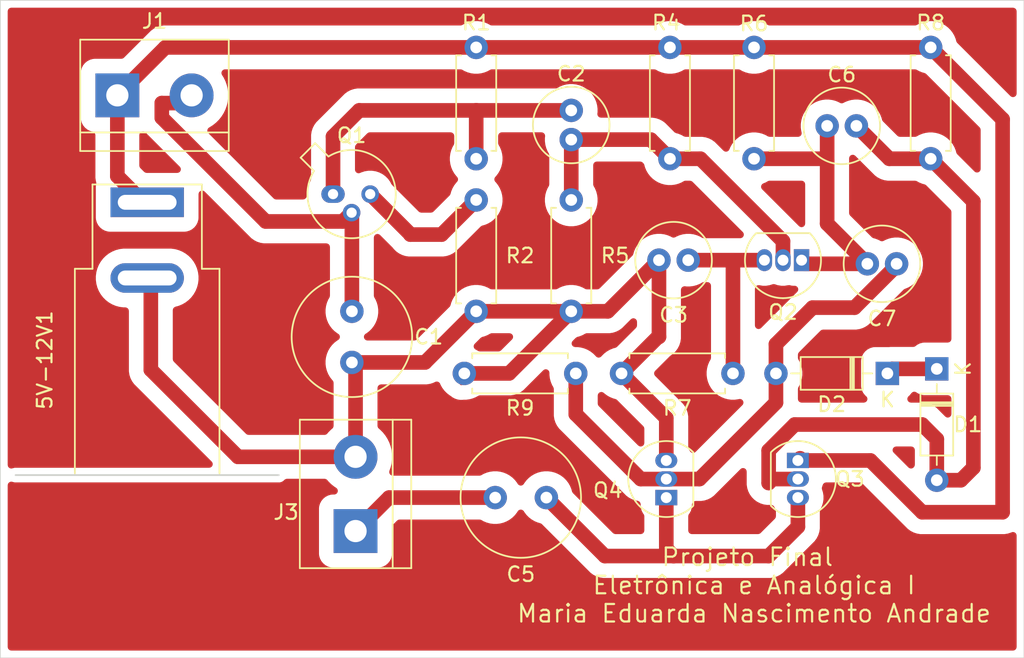
<source format=kicad_pcb>
(kicad_pcb (version 20241229) (generator "pcbnew") (generator_version "9.0")
  (layers (0 "F.Cu" signal) (2 "B.Cu" signal) (13 "F.Paste" user) (15 "B.Paste" user) (5 "F.SilkS" user "F.Silkscreen") (7 "B.SilkS" user "B.Silkscreen") (1 "F.Mask" user) (3 "B.Mask" user) (25 "Edge.Cuts" user))
  (net 0 "")
  (net 1 "GND")
  (net 2 "Net-(J1-Pin_1)")
  (net 3 "Net-(J1-Pin_2)")
  (net 4 "Net-(Q2-B)")
  (net 5 "Net-(Q1-B2)")
  (net 6 "Net-(Q2-E)")
  (net 7 "Net-(J3-Pin_1)")
  (net 8 "Net-(Q3-E)")
  (net 9 "Net-(D1-A)")
  (net 10 "Net-(Q2-C)")
  (net 11 "Net-(D2-A)")
  (net 12 "Net-(D1-K)")
  (net 13 "Net-(Q1-B1)")
  (footprint "Package_TO_SOT_THT:TO-18-3" (layer "F.Cu") (at 158.25 113.26)
    (property "Reference" "Q1" (at 1.27 -4.02 0) (layer "F.SilkS"))
    (property "Value" "2N2646")
    (fp_line (start -2.214448 -2.494499) (end -1.302281 -1.582331) (stroke (width 0.12)) (layer "F.SilkS"))
    (fp_line (start -1.224499 -3.484448) (end -2.214448 -2.494499) (stroke (width 0.12)) (layer "F.SilkS"))
    (fp_line (start -0.312331 -2.572281) (end -1.224499 -3.484448) (stroke (width 0.12)) (layer "F.SilkS"))
    (fp_arc (start -0.312331 -2.572281) (mid 3.405462 2.135462) (end -1.302281 -1.582331) (stroke (width 0.12)) (layer "F.SilkS"))
    (pad "1" thru_hole oval (at 0 0) (size 1.6 1.2) (drill 0.7) (layers "*.Cu" "*.Mask") (net 5 "Net-(Q1-B2)"))
    (pad "2" thru_hole circle (at 1.27 1.27) (size 1.2 1.2) (drill 0.7) (layers "*.Cu" "*.Mask") (net 3 "Net-(J1-Pin_2)"))
    (pad "3" thru_hole circle (at 2.54 0) (size 1.2 1.2) (drill 0.7) (layers "*.Cu" "*.Mask") (net 13 "Net-(Q1-B1)"))
  )
  (footprint "TerminalBlock:TerminalBlock_bornier-2_P5.08mm" (layer "F.Cu") (at 159.79 136.32 90)
    (property "Reference" "J3" (at 1.29 -4.75 180) (layer "F.SilkS"))
    (property "Value" "Borne2")
    (fp_line (start 7.62 -3.81) (end -2.54 -3.81) (stroke (width 0.12)) (layer "F.SilkS"))
    (fp_line (start -2.54 -3.81) (end -2.54 3.81) (stroke (width 0.12)) (layer "F.SilkS"))
    (fp_line (start 7.62 2.54) (end -2.54 2.54) (stroke (width 0.12)) (layer "F.SilkS"))
    (fp_line (start 7.62 3.81) (end 7.62 -3.81) (stroke (width 0.12)) (layer "F.SilkS"))
    (fp_line (start -2.54 3.81) (end 7.62 3.81) (stroke (width 0.12)) (layer "F.SilkS"))
    (pad "1" thru_hole rect (at 0 0 90) (size 3 3) (drill 1.52) (layers "*.Cu" "*.Mask") (net 7 "Net-(J3-Pin_1)"))
    (pad "2" thru_hole circle (at 5.08 0 90) (size 3 3) (drill 1.52) (layers "*.Cu" "*.Mask") (net 1 "GND"))
  )
  (footprint "Package_TO_SOT_THT:TO-92_Inline" (layer "F.Cu") (at 190.29 117.78 180)
    (property "Reference" "Q2" (at 1.27 -3.56 0) (layer "F.SilkS"))
    (property "Value" "BC547")
    (fp_line (start -0.53 1.85) (end 3.07 1.85) (stroke (width 0.12)) (layer "F.SilkS"))
    (fp_arc (start 1.27 -2.6) (mid 3.672087 -0.994977) (end 3.108478 1.838478) (stroke (width 0.12)) (layer "F.SilkS"))
    (fp_arc (start -0.568478 1.838478) (mid -1.132087 -0.994977) (end 1.27 -2.6) (stroke (width 0.12)) (layer "F.SilkS"))
    (pad "1" thru_hole rect (at 0 0 180) (size 1.05 1.5) (drill 0.75) (layers "*.Cu" "*.Mask") (net 10 "Net-(Q2-C)"))
    (pad "2" thru_hole oval (at 1.27 0 180) (size 1.05 1.5) (drill 0.75) (layers "*.Cu" "*.Mask") (net 4 "Net-(Q2-B)"))
    (pad "3" thru_hole oval (at 2.54 0 180) (size 1.05 1.5) (drill 0.75) (layers "*.Cu" "*.Mask") (net 6 "Net-(Q2-E)"))
  )
  (footprint "Diode_THT:D_DO-35_SOD27_P7.62mm_Horizontal" (layer "F.Cu") (at 196.16 125.53 180)
    (property "Reference" "D2" (at 3.81 -2.12 0) (layer "F.SilkS"))
    (property "Value" "1N4148")
    (fp_line (start 6.58 0) (end 5.93 0) (stroke (width 0.12)) (layer "F.SilkS"))
    (fp_line (start 5.93 1.12) (end 5.93 -1.12) (stroke (width 0.12)) (layer "F.SilkS"))
    (fp_line (start 5.93 -1.12) (end 1.69 -1.12) (stroke (width 0.12)) (layer "F.SilkS"))
    (fp_line (start 2.53 -1.12) (end 2.53 1.12) (stroke (width 0.12)) (layer "F.SilkS"))
    (fp_line (start 2.41 -1.12) (end 2.41 1.12) (stroke (width 0.12)) (layer "F.SilkS"))
    (fp_line (start 2.29 -1.12) (end 2.29 1.12) (stroke (width 0.12)) (layer "F.SilkS"))
    (fp_line (start 1.69 1.12) (end 5.93 1.12) (stroke (width 0.12)) (layer "F.SilkS"))
    (fp_line (start 1.69 -1.12) (end 1.69 1.12) (stroke (width 0.12)) (layer "F.SilkS"))
    (fp_line (start 1.04 0) (end 1.69 0) (stroke (width 0.12)) (layer "F.SilkS"))
    (fp_text user "K" (at 0 -1.8 0) (layer "F.SilkS"))
    (pad "1" thru_hole rect (at 0 0 180) (size 1.6 1.6) (drill 0.8) (layers "*.Cu" "*.Mask") (net 12 "Net-(D1-K)"))
    (pad "2" thru_hole oval (at 7.62 0 180) (size 1.6 1.6) (drill 0.8) (layers "*.Cu" "*.Mask") (net 11 "Net-(D2-A)"))
  )
  (footprint "Resistor_THT:R_Axial_DIN0207_L6.3mm_D2.5mm_P7.62mm_Horizontal" (layer "F.Cu") (at 187.04 103.22 -90)
    (property "Reference" "R6" (at -1.63 0 180) (layer "F.SilkS"))
    (property "Value" "330")
    (fp_line (start 0.54 1.37) (end 7.08 1.37) (stroke (width 0.12)) (layer "F.SilkS"))
    (fp_line (start 7.08 1.37) (end 7.08 1.04) (stroke (width 0.12)) (layer "F.SilkS"))
    (fp_line (start 0.54 1.04) (end 0.54 1.37) (stroke (width 0.12)) (layer "F.SilkS"))
    (fp_line (start 0.54 -1.04) (end 0.54 -1.37) (stroke (width 0.12)) (layer "F.SilkS"))
    (fp_line (start 0.54 -1.37) (end 7.08 -1.37) (stroke (width 0.12)) (layer "F.SilkS"))
    (fp_line (start 7.08 -1.37) (end 7.08 -1.04) (stroke (width 0.12)) (layer "F.SilkS"))
    (pad "1" thru_hole circle (at 0 0 270) (size 1.6 1.6) (drill 0.8) (layers "*.Cu" "*.Mask") (net 2 "Net-(J1-Pin_1)"))
    (pad "2" thru_hole oval (at 7.62 0 270) (size 1.6 1.6) (drill 0.8) (layers "*.Cu" "*.Mask") (net 10 "Net-(Q2-C)"))
  )
  (footprint "Capacitor_THT:C_Radial_D5.0mm_H11.0mm_P2.00mm" (layer "F.Cu") (at 182.54 117.78 180)
    (property "Reference" "C3" (at 1 -3.75 0) (layer "F.SilkS"))
    (property "Value" "10uF")
    (fp_circle (center 1 0) (end 3.62 0) (stroke (width 0.12)) (fill no) (layer "F.SilkS"))
    (pad "1" thru_hole circle (at 0 0 180) (size 1.6 1.6) (drill 0.8) (layers "*.Cu" "*.Mask") (net 6 "Net-(Q2-E)"))
    (pad "2" thru_hole circle (at 2 0 180) (size 1.6 1.6) (drill 0.8) (layers "*.Cu" "*.Mask") (net 1 "GND"))
  )
  (footprint "Resistor_THT:R_Axial_DIN0207_L6.3mm_D2.5mm_P7.62mm_Horizontal" (layer "F.Cu") (at 168.04 113.66 -90)
    (property "Reference" "R2" (at 3.81 -3 0) (layer "F.SilkS"))
    (property "Value" "100")
    (fp_line (start 0.54 1.37) (end 7.08 1.37) (stroke (width 0.12)) (layer "F.SilkS"))
    (fp_line (start 7.08 1.37) (end 7.08 1.04) (stroke (width 0.12)) (layer "F.SilkS"))
    (fp_line (start 0.54 1.04) (end 0.54 1.37) (stroke (width 0.12)) (layer "F.SilkS"))
    (fp_line (start 0.54 -1.04) (end 0.54 -1.37) (stroke (width 0.12)) (layer "F.SilkS"))
    (fp_line (start 0.54 -1.37) (end 7.08 -1.37) (stroke (width 0.12)) (layer "F.SilkS"))
    (fp_line (start 7.08 -1.37) (end 7.08 -1.04) (stroke (width 0.12)) (layer "F.SilkS"))
    (pad "1" thru_hole circle (at 0 0 270) (size 1.6 1.6) (drill 0.8) (layers "*.Cu" "*.Mask") (net 13 "Net-(Q1-B1)"))
    (pad "2" thru_hole oval (at 7.62 0 270) (size 1.6 1.6) (drill 0.8) (layers "*.Cu" "*.Mask") (net 1 "GND"))
  )
  (footprint "Capacitor_THT:C_Radial_D8.0mm_H11.5mm_P3.50mm" (layer "F.Cu") (at 172.84 134.03 180)
    (property "Reference" "C5" (at 1.75 -5.25 0) (layer "F.SilkS"))
    (property "Value" "100uF")
    (fp_circle (center 1.75 0) (end 5.87 0) (stroke (width 0.12)) (fill no) (layer "F.SilkS"))
    (pad "1" thru_hole circle (at 0 0 180) (size 1.6 1.6) (drill 0.8) (layers "*.Cu" "*.Mask") (net 8 "Net-(Q3-E)"))
    (pad "2" thru_hole circle (at 3.5 0 180) (size 1.6 1.6) (drill 0.8) (layers "*.Cu" "*.Mask") (net 7 "Net-(J3-Pin_1)"))
  )
  (footprint "Package_TO_SOT_THT:TO-92_Inline" (layer "F.Cu") (at 181.04 134.03 90)
    (property "Reference" "Q4" (hide yes))
    (property "Value" "BC327")
    (fp_line (start -0.53 1.85) (end 3.07 1.85) (stroke (width 0.12)) (layer "F.SilkS"))
    (fp_arc (start 1.27 -2.6) (mid 3.672087 -0.994977) (end 3.108478 1.838478) (stroke (width 0.12)) (layer "F.SilkS"))
    (fp_arc (start -0.568478 1.838478) (mid -1.132087 -0.994977) (end 1.27 -2.6) (stroke (width 0.12)) (layer "F.SilkS"))
    (pad "1" thru_hole rect (at 0 0 90) (size 1.05 1.5) (drill 0.75) (layers "*.Cu" "*.Mask") (net 8 "Net-(Q3-E)"))
    (pad "2" thru_hole oval (at 1.27 0 90) (size 1.05 1.5) (drill 0.75) (layers "*.Cu" "*.Mask") (net 11 "Net-(D2-A)"))
    (pad "3" thru_hole oval (at 2.54 0 90) (size 1.05 1.5) (drill 0.75) (layers "*.Cu" "*.Mask") (net 1 "GND"))
  )
  (footprint "Connector_BarrelJack:BarrelJack_SwitchcraftConxall_RAPC10U_Horizontal" (layer "F.Cu") (at 145.54 113.82 90)
    (property "Reference" "5V-12V1" (at -10.8 -7 90) (layer "F.SilkS"))
    (property "Value" "Barrel_Jack")
    (fp_line (start -4.55 -4.945) (end -18.55 -4.945) (stroke (width 0.12)) (layer "F.SilkS"))
    (fp_line (start 1.22 -3.74) (end -4.55 -3.74) (stroke (width 0.12)) (layer "F.SilkS"))
    (fp_line (start -4.55 -3.74) (end -4.55 -4.945) (stroke (width 0.12)) (layer "F.SilkS"))
    (fp_line (start 1.22 3.74) (end 1.22 -3.74) (stroke (width 0.12)) (layer "F.SilkS"))
    (fp_line (start -4.55 3.74) (end 1.22 3.74) (stroke (width 0.12)) (layer "F.SilkS"))
    (fp_line (start -4.55 4.945) (end -4.55 3.74) (stroke (width 0.12)) (layer "F.SilkS"))
    (fp_line (start -18.55 4.945) (end -4.55 4.945) (stroke (width 0.12)) (layer "F.SilkS"))
    (fp_line (start -18.67 -9) (end -18.67 9) (stroke (width 0.12)) (layer "Edge.Cuts"))
    (pad "1" thru_hole rect (at 0 0 90) (size 2.02 5.02) (drill oval 1.02 4.02) (layers "*.Cu" "*.Mask") (net 2 "Net-(J1-Pin_1)"))
    (pad "2" thru_hole oval (at -5.18 0 90) (size 2.02 5.02) (drill oval 1.02 4.02) (layers "*.Cu" "*.Mask") (net 1 "GND"))
  )
  (footprint "Resistor_THT:R_Axial_DIN0207_L6.3mm_D2.5mm_P7.62mm_Horizontal" (layer "F.Cu") (at 168.04 103.22 -90)
    (property "Reference" "R1" (at -1.69 0 180) (layer "F.SilkS"))
    (property "Value" "1k")
    (fp_line (start 0.54 1.37) (end 7.08 1.37) (stroke (width 0.12)) (layer "F.SilkS"))
    (fp_line (start 7.08 1.37) (end 7.08 1.04) (stroke (width 0.12)) (layer "F.SilkS"))
    (fp_line (start 0.54 1.04) (end 0.54 1.37) (stroke (width 0.12)) (layer "F.SilkS"))
    (fp_line (start 0.54 -1.04) (end 0.54 -1.37) (stroke (width 0.12)) (layer "F.SilkS"))
    (fp_line (start 0.54 -1.37) (end 7.08 -1.37) (stroke (width 0.12)) (layer "F.SilkS"))
    (fp_line (start 7.08 -1.37) (end 7.08 -1.04) (stroke (width 0.12)) (layer "F.SilkS"))
    (pad "1" thru_hole circle (at 0 0 270) (size 1.6 1.6) (drill 0.8) (layers "*.Cu" "*.Mask") (net 2 "Net-(J1-Pin_1)"))
    (pad "2" thru_hole oval (at 7.62 0 270) (size 1.6 1.6) (drill 0.8) (layers "*.Cu" "*.Mask") (net 5 "Net-(Q1-B2)"))
  )
  (footprint "Resistor_THT:R_Axial_DIN0207_L6.3mm_D2.5mm_P7.62mm_Horizontal" (layer "F.Cu") (at 199.121 103.22 -90)
    (property "Reference" "R8" (at -1.69 0 180) (layer "F.SilkS"))
    (property "Value" "4.7K")
    (fp_line (start 0.54 1.37) (end 7.08 1.37) (stroke (width 0.12)) (layer "F.SilkS"))
    (fp_line (start 7.08 1.37) (end 7.08 1.04) (stroke (width 0.12)) (layer "F.SilkS"))
    (fp_line (start 0.54 1.04) (end 0.54 1.37) (stroke (width 0.12)) (layer "F.SilkS"))
    (fp_line (start 0.54 -1.04) (end 0.54 -1.37) (stroke (width 0.12)) (layer "F.SilkS"))
    (fp_line (start 0.54 -1.37) (end 7.08 -1.37) (stroke (width 0.12)) (layer "F.SilkS"))
    (fp_line (start 7.08 -1.37) (end 7.08 -1.04) (stroke (width 0.12)) (layer "F.SilkS"))
    (pad "1" thru_hole circle (at 0 0 270) (size 1.6 1.6) (drill 0.8) (layers "*.Cu" "*.Mask") (net 2 "Net-(J1-Pin_1)"))
    (pad "2" thru_hole oval (at 7.62 0 270) (size 1.6 1.6) (drill 0.8) (layers "*.Cu" "*.Mask") (net 9 "Net-(D1-A)"))
  )
  (footprint "Capacitor_THT:C_Radial_D5.0mm_H11.0mm_P2.00mm" (layer "F.Cu") (at 174.54 109.53 90)
    (property "Reference" "C2" (at 4.5 0 180) (layer "F.SilkS"))
    (property "Value" "10uF")
    (fp_circle (center 1 0) (end 3.62 0) (stroke (width 0.12)) (fill no) (layer "F.SilkS"))
    (pad "1" thru_hole circle (at 0 0 90) (size 1.6 1.6) (drill 0.8) (layers "*.Cu" "*.Mask") (net 4 "Net-(Q2-B)"))
    (pad "2" thru_hole circle (at 2 0 90) (size 1.6 1.6) (drill 0.8) (layers "*.Cu" "*.Mask") (net 5 "Net-(Q1-B2)"))
  )
  (footprint "Resistor_THT:R_Axial_DIN0207_L6.3mm_D2.5mm_P7.62mm_Horizontal" (layer "F.Cu") (at 181.29 103.22 -90)
    (property "Reference" "R4" (at -1.69 0.25 180) (layer "F.SilkS"))
    (property "Value" "5.6K")
    (fp_line (start 0.54 1.37) (end 7.08 1.37) (stroke (width 0.12)) (layer "F.SilkS"))
    (fp_line (start 7.08 1.37) (end 7.08 1.04) (stroke (width 0.12)) (layer "F.SilkS"))
    (fp_line (start 0.54 1.04) (end 0.54 1.37) (stroke (width 0.12)) (layer "F.SilkS"))
    (fp_line (start 0.54 -1.04) (end 0.54 -1.37) (stroke (width 0.12)) (layer "F.SilkS"))
    (fp_line (start 0.54 -1.37) (end 7.08 -1.37) (stroke (width 0.12)) (layer "F.SilkS"))
    (fp_line (start 7.08 -1.37) (end 7.08 -1.04) (stroke (width 0.12)) (layer "F.SilkS"))
    (pad "1" thru_hole circle (at 0 0 270) (size 1.6 1.6) (drill 0.8) (layers "*.Cu" "*.Mask") (net 2 "Net-(J1-Pin_1)"))
    (pad "2" thru_hole oval (at 7.62 0 270) (size 1.6 1.6) (drill 0.8) (layers "*.Cu" "*.Mask") (net 4 "Net-(Q2-B)"))
  )
  (footprint "TerminalBlock:TerminalBlock_bornier-2_P5.08mm" (layer "F.Cu") (at 143.5 106.5)
    (property "Reference" "J1" (at 2.54 -5.08 0) (layer "F.SilkS"))
    (property "Value" "Borne1")
    (fp_line (start -2.54 -3.81) (end -2.54 3.81) (stroke (width 0.12)) (layer "F.SilkS"))
    (fp_line (start -2.54 3.81) (end 7.62 3.81) (stroke (width 0.12)) (layer "F.SilkS"))
    (fp_line (start 7.62 -3.81) (end -2.54 -3.81) (stroke (width 0.12)) (layer "F.SilkS"))
    (fp_line (start 7.62 2.54) (end -2.54 2.54) (stroke (width 0.12)) (layer "F.SilkS"))
    (fp_line (start 7.62 3.81) (end 7.62 -3.81) (stroke (width 0.12)) (layer "F.SilkS"))
    (pad "1" thru_hole rect (at 0 0) (size 3 3) (drill 1.52) (layers "*.Cu" "*.Mask") (net 2 "Net-(J1-Pin_1)"))
    (pad "2" thru_hole circle (at 5.08 0) (size 3 3) (drill 1.52) (layers "*.Cu" "*.Mask") (net 3 "Net-(J1-Pin_2)"))
  )
  (footprint "Package_TO_SOT_THT:TO-92_Inline" (layer "F.Cu") (at 190.04 131.49 -90)
    (property "Reference" "Q3" (at 1.27 -3.56 180) (layer "F.SilkS"))
    (property "Value" "BC337")
    (fp_line (start -0.53 1.85) (end 3.07 1.85) (stroke (width 0.12)) (layer "F.SilkS"))
    (fp_arc (start -0.568478 1.838478) (mid -1.132087 -0.994977) (end 1.27 -2.6) (stroke (width 0.12)) (layer "F.SilkS"))
    (fp_arc (start 1.27 -2.6) (mid 3.672087 -0.994977) (end 3.108478 1.838478) (stroke (width 0.12)) (layer "F.SilkS"))
    (pad "1" thru_hole rect (at 0 0 270) (size 1.05 1.5) (drill 0.75) (layers "*.Cu" "*.Mask") (net 2 "Net-(J1-Pin_1)"))
    (pad "2" thru_hole oval (at 1.27 0 270) (size 1.05 1.5) (drill 0.75) (layers "*.Cu" "*.Mask") (net 9 "Net-(D1-A)"))
    (pad "3" thru_hole oval (at 2.54 0 270) (size 1.05 1.5) (drill 0.75) (layers "*.Cu" "*.Mask") (net 8 "Net-(Q3-E)"))
  )
  (footprint "Resistor_THT:R_Axial_DIN0207_L6.3mm_D2.5mm_P7.62mm_Horizontal" (layer "F.Cu") (at 185.6 125.53 180)
    (property "Reference" "R7" (at 3.81 -2.37 0) (layer "F.SilkS"))
    (property "Value" "100")
    (fp_line (start 7.08 1.37) (end 7.08 1.04) (stroke (width 0.12)) (layer "F.SilkS"))
    (fp_line (start 7.08 -1.37) (end 7.08 -1.04) (stroke (width 0.12)) (layer "F.SilkS"))
    (fp_line (start 0.54 1.37) (end 7.08 1.37) (stroke (width 0.12)) (layer "F.SilkS"))
    (fp_line (start 0.54 1.04) (end 0.54 1.37) (stroke (width 0.12)) (layer "F.SilkS"))
    (fp_line (start 0.54 -1.04) (end 0.54 -1.37) (stroke (width 0.12)) (layer "F.SilkS"))
    (fp_line (start 0.54 -1.37) (end 7.08 -1.37) (stroke (width 0.12)) (layer "F.SilkS"))
    (pad "1" thru_hole circle (at 0 0 180) (size 1.6 1.6) (drill 0.8) (layers "*.Cu" "*.Mask") (net 6 "Net-(Q2-E)"))
    (pad "2" thru_hole oval (at 7.62 0 180) (size 1.6 1.6) (drill 0.8) (layers "*.Cu" "*.Mask") (net 1 "GND"))
  )
  (footprint "Resistor_THT:R_Axial_DIN0207_L6.3mm_D2.5mm_P7.62mm_Horizontal" (layer "F.Cu") (at 174.85 125.53 180)
    (property "Reference" "R9" (at 3.81 -2.37 0) (layer "F.SilkS"))
    (property "Value" "4.7K")
    (fp_line (start 7.08 1.37) (end 7.08 1.04) (stroke (width 0.12)) (layer "F.SilkS"))
    (fp_line (start 7.08 -1.37) (end 7.08 -1.04) (stroke (width 0.12)) (layer "F.SilkS"))
    (fp_line (start 0.54 1.37) (end 7.08 1.37) (stroke (width 0.12)) (layer "F.SilkS"))
    (fp_line (start 0.54 1.04) (end 0.54 1.37) (stroke (width 0.12)) (layer "F.SilkS"))
    (fp_line (start 0.54 -1.04) (end 0.54 -1.37) (stroke (width 0.12)) (layer "F.SilkS"))
    (fp_line (start 0.54 -1.37) (end 7.08 -1.37) (stroke (width 0.12)) (layer "F.SilkS"))
    (pad "1" thru_hole circle (at 0 0 180) (size 1.6 1.6) (drill 0.8) (layers "*.Cu" "*.Mask") (net 11 "Net-(D2-A)"))
    (pad "2" thru_hole oval (at 7.62 0 180) (size 1.6 1.6) (drill 0.8) (layers "*.Cu" "*.Mask") (net 1 "GND"))
  )
  (footprint "Diode_THT:D_DO-35_SOD27_P7.62mm_Horizontal" (layer "F.Cu") (at 199.54 125.22 -90)
    (property "Reference" "D1" (at 3.81 -2.12 180) (layer "F.SilkS"))
    (property "Value" "1N4148")
    (fp_line (start 1.69 1.12) (end 5.93 1.12) (stroke (width 0.12)) (layer "F.SilkS"))
    (fp_line (start 5.93 1.12) (end 5.93 -1.12) (stroke (width 0.12)) (layer "F.SilkS"))
    (fp_line (start 1.04 0) (end 1.69 0) (stroke (width 0.12)) (layer "F.SilkS"))
    (fp_line (start 6.58 0) (end 5.93 0) (stroke (width 0.12)) (layer "F.SilkS"))
    (fp_line (start 1.69 -1.12) (end 1.69 1.12) (stroke (width 0.12)) (layer "F.SilkS"))
    (fp_line (start 2.29 -1.12) (end 2.29 1.12) (stroke (width 0.12)) (layer "F.SilkS"))
    (fp_line (start 2.41 -1.12) (end 2.41 1.12) (stroke (width 0.12)) (layer "F.SilkS"))
    (fp_line (start 2.53 -1.12) (end 2.53 1.12) (stroke (width 0.12)) (layer "F.SilkS"))
    (fp_line (start 5.93 -1.12) (end 1.69 -1.12) (stroke (width 0.12)) (layer "F.SilkS"))
    (fp_text user "K" (at 0 -1.8 90) (layer "F.SilkS"))
    (pad "1" thru_hole rect (at 0 0 270) (size 1.6 1.6) (drill 0.8) (layers "*.Cu" "*.Mask") (net 12 "Net-(D1-K)"))
    (pad "2" thru_hole oval (at 7.62 0 270) (size 1.6 1.6) (drill 0.8) (layers "*.Cu" "*.Mask") (net 9 "Net-(D1-A)"))
  )
  (footprint "Resistor_THT:R_Axial_DIN0207_L6.3mm_D2.5mm_P7.62mm_Horizontal" (layer "F.Cu") (at 174.54 113.66 -90)
    (property "Reference" "R5" (at 3.81 -3 180) (layer "F.SilkS"))
    (property "Value" "1.5K")
    (fp_line (start 0.54 1.37) (end 7.08 1.37) (stroke (width 0.12)) (layer "F.SilkS"))
    (fp_line (start 7.08 1.37) (end 7.08 1.04) (stroke (width 0.12)) (layer "F.SilkS"))
    (fp_line (start 0.54 1.04) (end 0.54 1.37) (stroke (width 0.12)) (layer "F.SilkS"))
    (fp_line (start 0.54 -1.04) (end 0.54 -1.37) (stroke (width 0.12)) (layer "F.SilkS"))
    (fp_line (start 0.54 -1.37) (end 7.08 -1.37) (stroke (width 0.12)) (layer "F.SilkS"))
    (fp_line (start 7.08 -1.37) (end 7.08 -1.04) (stroke (width 0.12)) (layer "F.SilkS"))
    (pad "1" thru_hole circle (at 0 0 270) (size 1.6 1.6) (drill 0.8) (layers "*.Cu" "*.Mask") (net 4 "Net-(Q2-B)"))
    (pad "2" thru_hole oval (at 7.62 0 270) (size 1.6 1.6) (drill 0.8) (layers "*.Cu" "*.Mask") (net 1 "GND"))
  )
  (footprint "Capacitor_THT:C_Radial_D5.0mm_H11.0mm_P2.00mm" (layer "F.Cu") (at 196.79 118.03 180)
    (property "Reference" "C7" (at 1 -3.75 0) (layer "F.SilkS"))
    (property "Value" "10uF")
    (fp_circle (center 1 0) (end 3.62 0) (stroke (width 0.12)) (fill no) (layer "F.SilkS"))
    (pad "1" thru_hole circle (at 0 0 180) (size 1.6 1.6) (drill 0.8) (layers "*.Cu" "*.Mask") (net 11 "Net-(D2-A)"))
    (pad "2" thru_hole circle (at 2 0 180) (size 1.6 1.6) (drill 0.8) (layers "*.Cu" "*.Mask") (net 10 "Net-(Q2-C)"))
  )
  (footprint "Capacitor_THT:C_Radial_D5.0mm_H11.0mm_P2.00mm" (layer "F.Cu") (at 194.04 108.59 180)
    (property "Reference" "C6" (at 1 3.5 180) (layer "F.SilkS"))
    (property "Value" "10uF" (hide yes))
    (fp_circle (center 1 0) (end 3.62 0) (stroke (width 0.12)) (fill no) (layer "F.SilkS"))
    (pad "1" thru_hole circle (at 0 0 180) (size 1.6 1.6) (drill 0.8) (layers "*.Cu" "*.Mask") (net 9 "Net-(D1-A)"))
    (pad "2" thru_hole circle (at 2 0 180) (size 1.6 1.6) (drill 0.8) (layers "*.Cu" "*.Mask") (net 10 "Net-(Q2-C)"))
  )
  (footprint "Capacitor_THT:C_Radial_D8.0mm_H11.5mm_P3.50mm" (layer "F.Cu") (at 159.54 121.28 -90)
    (property "Reference" "C1" (at 1.75 -5.25 180) (layer "F.SilkS"))
    (property "Value" "100nF")
    (fp_circle (center 1.75 0) (end 5.87 0) (stroke (width 0.12)) (fill no) (layer "F.SilkS"))
    (pad "1" thru_hole circle (at 0 0 270) (size 1.6 1.6) (drill 0.8) (layers "*.Cu" "*.Mask") (net 3 "Net-(J1-Pin_2)"))
    (pad "2" thru_hole circle (at 3.5 0 270) (size 1.6 1.6) (drill 0.8) (layers "*.Cu" "*.Mask") (net 1 "GND"))
  )
  (gr_rect (start 135.5 100) (end 205.5 145) (stroke (width 0.05)) (fill no) (layer "Edge.Cuts"))
  (gr_text "Q4\n" (at 177.04 133.53 0) (layer "F.SilkS") (effects (font (size 1 1))))
  (gr_text "Projeto Final \nEletrônica e Analógica I\nMaria Eduarda Nascimento Andrade" (at 187.04 140.03 0) (layer "F.SilkS") (effects (font (size 1.2 1.2))))
  (segment (start 164.54 124.78) (end 168.04 121.28) (width 1) (layer "F.Cu") (net 1))
  (segment (start 177.98 125.53) (end 180.48 123.03) (width 1) (layer "F.Cu") (net 1))
  (segment (start 159.79 125.03) (end 159.54 124.78) (width 1) (layer "F.Cu") (net 1))
  (segment (start 181.04 131.49) (end 181.04 128.59) (width 1) (layer "F.Cu") (net 1))
  (segment (start 159.79 131.24) (end 159.79 125.03) (width 1) (layer "F.Cu") (net 1))
  (segment (start 181.04 128.59) (end 177.98 125.53) (width 1) (layer "F.Cu") (net 1))
  (segment (start 159.54 124.78) (end 164.54 124.78) (width 1) (layer "F.Cu") (net 1))
  (segment (start 167.02 126.24) (end 167.23 126.03) (width 0.2) (layer "F.Cu") (net 1))
  (segment (start 180.48 123.03) (end 180.54 123.03) (width 1) (layer "F.Cu") (net 1))
  (segment (start 180.54 123.03) (end 180.54 117.78) (width 1) (layer "F.Cu") (net 1))
  (segment (start 174.54 121.28) (end 177.04 121.28) (width 1) (layer "F.Cu") (net 1))
  (segment (start 145.79 119.5) (end 145.79 125.28) (width 1) (layer "F.Cu") (net 1))
  (segment (start 168.04 121.28) (end 174.54 121.28) (width 1) (layer "F.Cu") (net 1))
  (segment (start 145.79 125.28) (end 151.75 131.24) (width 1) (layer "F.Cu") (net 1))
  (segment (start 170.29 125.53) (end 174.54 121.28) (width 1) (layer "F.Cu") (net 1))
  (segment (start 177.04 121.28) (end 180.54 117.78) (width 1) (layer "F.Cu") (net 1))
  (segment (start 167.23 125.53) (end 170.29 125.53) (width 1) (layer "F.Cu") (net 1))
  (segment (start 151.75 131.24) (end 159.79 131.24) (width 1) (layer "F.Cu") (net 1))
  (segment (start 204.04 135.03) (end 204.04 108.139) (width 1) (layer "F.Cu") (net 2))
  (segment (start 143.5 106.5) (end 143.5 112.03) (width 1) (layer "F.Cu") (net 2))
  (segment (start 143.5 112.03) (end 145.79 114.32) (width 1) (layer "F.Cu") (net 2))
  (segment (start 146.78 103.22) (end 168.04 103.22) (width 1) (layer "F.Cu") (net 2))
  (segment (start 198.54 135.03) (end 204.04 135.03) (width 1) (layer "F.Cu") (net 2))
  (segment (start 195 131.49) (end 198.54 135.03) (width 1) (layer "F.Cu") (net 2))
  (segment (start 190.04 131.49) (end 190.191 131.339) (width 1) (layer "F.Cu") (net 2))
  (segment (start 199.121 103.22) (end 199.04 103.139) (width 0.2) (layer "F.Cu") (net 2))
  (segment (start 168.04 103.22) (end 199.121 103.22) (width 1) (layer "F.Cu") (net 2))
  (segment (start 204.04 108.139) (end 199.121 103.22) (width 1) (layer "F.Cu") (net 2))
  (segment (start 181.35 103.16) (end 181.29 103.22) (width 0.2) (layer "F.Cu") (net 2))
  (segment (start 190.04 131.49) (end 195 131.49) (width 1) (layer "F.Cu") (net 2))
  (segment (start 143.5 106.5) (end 146.78 103.22) (width 1) (layer "F.Cu") (net 2))
  (segment (start 153.64 115.13) (end 146.54 108.03) (width 1) (layer "F.Cu") (net 3))
  (segment (start 146.54 108.03) (end 146.54 107.53) (width 1) (layer "F.Cu") (net 3))
  (segment (start 148.05 107.03) (end 148.58 106.5) (width 1) (layer "F.Cu") (net 3))
  (segment (start 159.52 114.53) (end 158.92 115.13) (width 1) (layer "F.Cu") (net 3))
  (segment (start 159.54 114.55) (end 159.52 114.53) (width 1) (layer "F.Cu") (net 3))
  (segment (start 158.92 115.13) (end 153.64 115.13) (width 1) (layer "F.Cu") (net 3))
  (segment (start 146.54 107.53) (end 146.54 107.03) (width 1) (layer "F.Cu") (net 3))
  (segment (start 159.54 121.28) (end 159.54 114.55) (width 1) (layer "F.Cu") (net 3))
  (segment (start 146.54 107.03) (end 148.05 107.03) (width 1) (layer "F.Cu") (net 3))
  (segment (start 181.29 110.84) (end 183.38 110.84) (width 1) (layer "F.Cu") (net 4))
  (segment (start 179.98 109.53) (end 181.29 110.84) (width 1) (layer "F.Cu") (net 4))
  (segment (start 183.38 110.84) (end 189.02 116.48) (width 1) (layer "F.Cu") (net 4))
  (segment (start 174.54 109.53) (end 179.98 109.53) (width 1) (layer "F.Cu") (net 4))
  (segment (start 174.54 109.53) (end 174.54 113.66) (width 1) (layer "F.Cu") (net 4))
  (segment (start 189.02 116.48) (end 189.02 117.78) (width 1) (layer "F.Cu") (net 4))
  (segment (start 168.04 110.84) (end 168.04 107.53) (width 1) (layer "F.Cu") (net 5))
  (segment (start 160.04 107.53) (end 168.04 107.53) (width 1) (layer "F.Cu") (net 5))
  (segment (start 158.25 113.26) (end 158.25 109.32) (width 1) (layer "F.Cu") (net 5))
  (segment (start 168.04 107.53) (end 174.54 107.53) (width 1) (layer "F.Cu") (net 5))
  (segment (start 158.25 109.32) (end 160.04 107.53) (width 1) (layer "F.Cu") (net 5))
  (segment (start 185.54 117.78) (end 182.54 117.78) (width 1) (layer "F.Cu") (net 6))
  (segment (start 187.75 117.78) (end 185.54 117.78) (width 1) (layer "F.Cu") (net 6))
  (segment (start 185.6 117.84) (end 185.54 117.78) (width 1) (layer "F.Cu") (net 6))
  (segment (start 185.6 125.53) (end 185.6 117.84) (width 1) (layer "F.Cu") (net 6))
  (segment (start 162.08 134.03) (end 159.79 136.32) (width 1) (layer "F.Cu") (net 7))
  (segment (start 169.34 134.03) (end 162.08 134.03) (width 1) (layer "F.Cu") (net 7))
  (segment (start 190.04 136.03) (end 188.04 138.03) (width 1) (layer "F.Cu") (net 8))
  (segment (start 176.84 138.03) (end 172.84 134.03) (width 1) (layer "F.Cu") (net 8))
  (segment (start 181.04 134.03) (end 181.04 137.53) (width 1) (layer "F.Cu") (net 8))
  (segment (start 181.54 138.03) (end 176.84 138.03) (width 1) (layer "F.Cu") (net 8))
  (segment (start 181.04 137.53) (end 181.54 138.03) (width 1) (layer "F.Cu") (net 8))
  (segment (start 188.04 138.03) (end 181.54 138.03) (width 1) (layer "F.Cu") (net 8))
  (segment (start 190.04 134.03) (end 190.04 136.03) (width 1) (layer "F.Cu") (net 8))
  (segment (start 199.54 132.84) (end 201.183552 132.84) (width 1) (layer "F.Cu") (net 9))
  (segment (start 188.31 132.76) (end 188.04 133.03) (width 1) (layer "F.Cu") (net 9))
  (segment (start 198.54 129.03) (end 199.54 130.03) (width 1) (layer "F.Cu") (net 9))
  (segment (start 202.04 113.759) (end 199.121 110.84) (width 1) (layer "F.Cu") (net 9))
  (segment (start 196.29 110.84) (end 194.04 108.59) (width 1) (layer "F.Cu") (net 9))
  (segment (start 190.04 132.76) (end 188.31 132.76) (width 1) (layer "F.Cu") (net 9))
  (segment (start 199.54 132.84) (end 199.46 132.76) (width 1) (layer "F.Cu") (net 9))
  (segment (start 188.04 133.03) (end 188.04 130.813) (width 1) (layer "F.Cu") (net 9))
  (segment (start 199.54 130.03) (end 199.54 132.84) (width 1) (layer "F.Cu") (net 9))
  (segment (start 189.823 129.03) (end 198.54 129.03) (width 1) (layer "F.Cu") (net 9))
  (segment (start 201.183552 132.84) (end 202.04 131.983552) (width 1) (layer "F.Cu") (net 9))
  (segment (start 199.121 110.84) (end 196.29 110.84) (width 1) (layer "F.Cu") (net 9))
  (segment (start 202.04 131.983552) (end 202.04 113.759) (width 1) (layer "F.Cu") (net 9))
  (segment (start 188.04 130.813) (end 189.823 129.03) (width 1) (layer "F.Cu") (net 9))
  (segment (start 192.04 111.03) (end 192.04 108.59) (width 1) (layer "F.Cu") (net 10))
  (segment (start 192.04 115.28) (end 192.04 111.03) (width 1) (layer "F.Cu") (net 10))
  (segment (start 190.54 118.03) (end 190.29 117.78) (width 1) (layer "F.Cu") (net 10))
  (segment (start 187.04 110.84) (end 191.85 110.84) (width 1) (layer "F.Cu") (net 10))
  (segment (start 191.85 110.84) (end 192.04 111.03) (width 1) (layer "F.Cu") (net 10))
  (segment (start 194.79 118.03) (end 192.04 115.28) (width 1) (layer "F.Cu") (net 10))
  (segment (start 194.79 118.03) (end 190.54 118.03) (width 1) (layer "F.Cu") (net 10))
  (segment (start 193.912735 121.03) (end 196.79 118.152735) (width 1) (layer "F.Cu") (net 11))
  (segment (start 188.54 123.53) (end 191.04 121.03) (width 1) (layer "F.Cu") (net 11))
  (segment (start 196.79 118.152735) (end 196.79 118.03) (width 1) (layer "F.Cu") (net 11))
  (segment (start 179.29 132.76) (end 181.04 132.76) (width 1) (layer "F.Cu") (net 11))
  (segment (start 174.85 128.32) (end 179.29 132.76) (width 1) (layer "F.Cu") (net 11))
  (segment (start 188.54 125.53) (end 188.54 123.53) (width 1) (layer "F.Cu") (net 11))
  (segment (start 196.79 118.46) (end 196.79 118.03) (width 0.2) (layer "F.Cu") (net 11))
  (segment (start 181.04 132.76) (end 183.31 132.76) (width 1) (layer "F.Cu") (net 11))
  (segment (start 174.85 125.53) (end 174.85 128.32) (width 1) (layer "F.Cu") (net 11))
  (segment (start 188.54 127.53) (end 188.54 125.53) (width 1) (layer "F.Cu") (net 11))
  (segment (start 191.04 121.03) (end 193.912735 121.03) (width 1) (layer "F.Cu") (net 11))
  (segment (start 183.31 132.76) (end 188.54 127.53) (width 1) (layer "F.Cu") (net 11))
  (segment (start 199.54 125.22) (end 196.47 125.22) (width 1) (layer "F.Cu") (net 12))
  (segment (start 196.47 125.22) (end 196.16 125.53) (width 1) (layer "F.Cu") (net 12))
  (segment (start 163.54 116.01) (end 160.79 113.26) (width 1) (layer "F.Cu") (net 13))
  (segment (start 165.67 116.03) (end 163.54 116.03) (width 1) (layer "F.Cu") (net 13))
  (segment (start 163.54 116.03) (end 163.54 116.01) (width 1) (layer "F.Cu") (net 13))
  (segment (start 168.04 113.66) (end 165.67 116.03) (width 1) (layer "F.Cu") (net 13))
  (zone (net 0) (net_name "") (layer "F.Cu") (connect_pads (clearance 1)) (min_thickness 0.5) (fill yes (thermal_gap 0.5) (thermal_bridge_width 0.5) (island_removal_mode 1) (island_area_min 10))
    (polygon (pts (xy 135.5 100) (xy 205.5 100) (xy 205.5 145) (xy 135.5 145)))
  )
)
</source>
